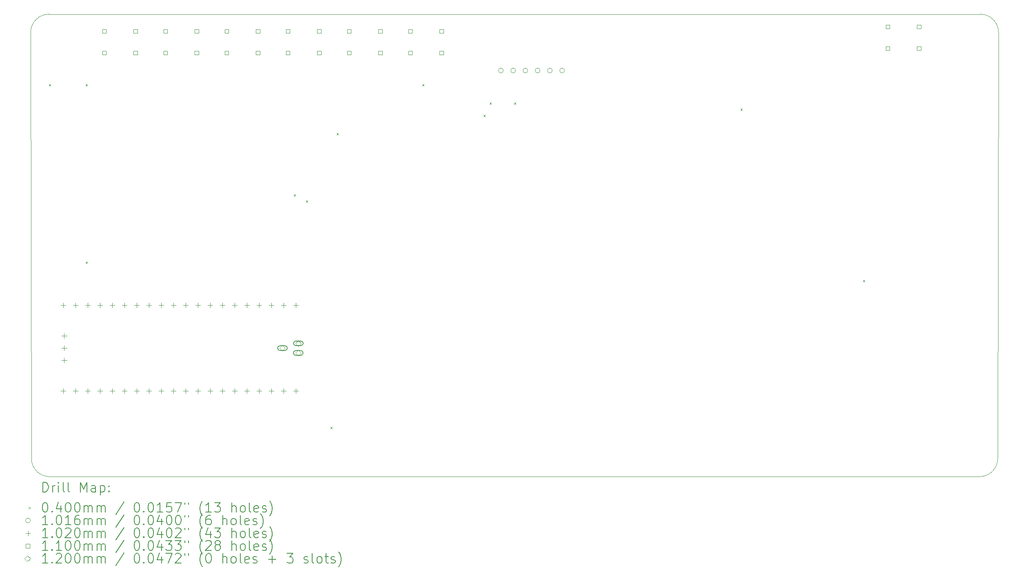
<source format=gbr>
%FSLAX45Y45*%
G04 Gerber Fmt 4.5, Leading zero omitted, Abs format (unit mm)*
G04 Created by KiCad (PCBNEW (6.0.4)) date 2022-07-03 17:31:04*
%MOMM*%
%LPD*%
G01*
G04 APERTURE LIST*
%TA.AperFunction,Profile*%
%ADD10C,0.100000*%
%TD*%
%ADD11C,0.200000*%
%ADD12C,0.040000*%
%ADD13C,0.101600*%
%ADD14C,0.102000*%
%ADD15C,0.110000*%
%ADD16C,0.120000*%
G04 APERTURE END LIST*
D10*
X12573000Y-17018000D02*
X12557592Y-8181000D01*
X32639000Y-8181000D02*
G75*
G03*
X32258000Y-7800000I-381000J0D01*
G01*
X12954000Y-17399000D02*
X32242592Y-17399000D01*
X12573000Y-17018000D02*
G75*
G03*
X12954000Y-17399000I381000J0D01*
G01*
X32623592Y-17018000D02*
X32639000Y-8181000D01*
X12938592Y-7800002D02*
G75*
G03*
X12557592Y-8181000I-2J-380998D01*
G01*
X32242592Y-17399002D02*
G75*
G03*
X32623592Y-17018000I-2J381002D01*
G01*
X12938592Y-7800000D02*
X32258000Y-7800000D01*
D11*
D12*
X12934000Y-9251000D02*
X12974000Y-9291000D01*
X12974000Y-9251000D02*
X12934000Y-9291000D01*
X13696000Y-9251000D02*
X13736000Y-9291000D01*
X13736000Y-9251000D02*
X13696000Y-9291000D01*
X13696000Y-12934000D02*
X13736000Y-12974000D01*
X13736000Y-12934000D02*
X13696000Y-12974000D01*
X18014000Y-11537000D02*
X18054000Y-11577000D01*
X18054000Y-11537000D02*
X18014000Y-11577000D01*
X18268000Y-11664000D02*
X18308000Y-11704000D01*
X18308000Y-11664000D02*
X18268000Y-11704000D01*
X18776000Y-16363000D02*
X18816000Y-16403000D01*
X18816000Y-16363000D02*
X18776000Y-16403000D01*
X18903000Y-10267000D02*
X18943000Y-10307000D01*
X18943000Y-10267000D02*
X18903000Y-10307000D01*
X20681000Y-9251000D02*
X20721000Y-9291000D01*
X20721000Y-9251000D02*
X20681000Y-9291000D01*
X21951000Y-9886000D02*
X21991000Y-9926000D01*
X21991000Y-9886000D02*
X21951000Y-9926000D01*
X22078000Y-9632000D02*
X22118000Y-9672000D01*
X22118000Y-9632000D02*
X22078000Y-9672000D01*
X22586000Y-9632000D02*
X22626000Y-9672000D01*
X22626000Y-9632000D02*
X22586000Y-9672000D01*
X27285000Y-9759000D02*
X27325000Y-9799000D01*
X27325000Y-9759000D02*
X27285000Y-9799000D01*
X29825000Y-13315000D02*
X29865000Y-13355000D01*
X29865000Y-13315000D02*
X29825000Y-13355000D01*
D13*
X22364800Y-8969875D02*
G75*
G03*
X22364800Y-8969875I-50800J0D01*
G01*
X22618800Y-8969875D02*
G75*
G03*
X22618800Y-8969875I-50800J0D01*
G01*
X22872800Y-8969875D02*
G75*
G03*
X22872800Y-8969875I-50800J0D01*
G01*
X23126800Y-8969875D02*
G75*
G03*
X23126800Y-8969875I-50800J0D01*
G01*
X23380800Y-8969875D02*
G75*
G03*
X23380800Y-8969875I-50800J0D01*
G01*
X23634800Y-8969875D02*
G75*
G03*
X23634800Y-8969875I-50800J0D01*
G01*
D14*
X13231500Y-13792000D02*
X13231500Y-13894000D01*
X13180500Y-13843000D02*
X13282500Y-13843000D01*
X13231500Y-15570000D02*
X13231500Y-15672000D01*
X13180500Y-15621000D02*
X13282500Y-15621000D01*
X13254500Y-14427000D02*
X13254500Y-14529000D01*
X13203500Y-14478000D02*
X13305500Y-14478000D01*
X13254500Y-14681000D02*
X13254500Y-14783000D01*
X13203500Y-14732000D02*
X13305500Y-14732000D01*
X13254500Y-14935000D02*
X13254500Y-15037000D01*
X13203500Y-14986000D02*
X13305500Y-14986000D01*
X13485500Y-13792000D02*
X13485500Y-13894000D01*
X13434500Y-13843000D02*
X13536500Y-13843000D01*
X13485500Y-15570000D02*
X13485500Y-15672000D01*
X13434500Y-15621000D02*
X13536500Y-15621000D01*
X13739500Y-13792000D02*
X13739500Y-13894000D01*
X13688500Y-13843000D02*
X13790500Y-13843000D01*
X13739500Y-15570000D02*
X13739500Y-15672000D01*
X13688500Y-15621000D02*
X13790500Y-15621000D01*
X13993500Y-13792000D02*
X13993500Y-13894000D01*
X13942500Y-13843000D02*
X14044500Y-13843000D01*
X13993500Y-15570000D02*
X13993500Y-15672000D01*
X13942500Y-15621000D02*
X14044500Y-15621000D01*
X14247500Y-13792000D02*
X14247500Y-13894000D01*
X14196500Y-13843000D02*
X14298500Y-13843000D01*
X14247500Y-15570000D02*
X14247500Y-15672000D01*
X14196500Y-15621000D02*
X14298500Y-15621000D01*
X14501500Y-13792000D02*
X14501500Y-13894000D01*
X14450500Y-13843000D02*
X14552500Y-13843000D01*
X14501500Y-15570000D02*
X14501500Y-15672000D01*
X14450500Y-15621000D02*
X14552500Y-15621000D01*
X14755500Y-13792000D02*
X14755500Y-13894000D01*
X14704500Y-13843000D02*
X14806500Y-13843000D01*
X14755500Y-15570000D02*
X14755500Y-15672000D01*
X14704500Y-15621000D02*
X14806500Y-15621000D01*
X15009500Y-13792000D02*
X15009500Y-13894000D01*
X14958500Y-13843000D02*
X15060500Y-13843000D01*
X15009500Y-15570000D02*
X15009500Y-15672000D01*
X14958500Y-15621000D02*
X15060500Y-15621000D01*
X15263500Y-13792000D02*
X15263500Y-13894000D01*
X15212500Y-13843000D02*
X15314500Y-13843000D01*
X15263500Y-15570000D02*
X15263500Y-15672000D01*
X15212500Y-15621000D02*
X15314500Y-15621000D01*
X15517500Y-13792000D02*
X15517500Y-13894000D01*
X15466500Y-13843000D02*
X15568500Y-13843000D01*
X15517500Y-15570000D02*
X15517500Y-15672000D01*
X15466500Y-15621000D02*
X15568500Y-15621000D01*
X15771500Y-13792000D02*
X15771500Y-13894000D01*
X15720500Y-13843000D02*
X15822500Y-13843000D01*
X15771500Y-15570000D02*
X15771500Y-15672000D01*
X15720500Y-15621000D02*
X15822500Y-15621000D01*
X16025500Y-13792000D02*
X16025500Y-13894000D01*
X15974500Y-13843000D02*
X16076500Y-13843000D01*
X16025500Y-15570000D02*
X16025500Y-15672000D01*
X15974500Y-15621000D02*
X16076500Y-15621000D01*
X16279500Y-13792000D02*
X16279500Y-13894000D01*
X16228500Y-13843000D02*
X16330500Y-13843000D01*
X16279500Y-15570000D02*
X16279500Y-15672000D01*
X16228500Y-15621000D02*
X16330500Y-15621000D01*
X16533500Y-13792000D02*
X16533500Y-13894000D01*
X16482500Y-13843000D02*
X16584500Y-13843000D01*
X16533500Y-15570000D02*
X16533500Y-15672000D01*
X16482500Y-15621000D02*
X16584500Y-15621000D01*
X16787500Y-13792000D02*
X16787500Y-13894000D01*
X16736500Y-13843000D02*
X16838500Y-13843000D01*
X16787500Y-15570000D02*
X16787500Y-15672000D01*
X16736500Y-15621000D02*
X16838500Y-15621000D01*
X17041500Y-13792000D02*
X17041500Y-13894000D01*
X16990500Y-13843000D02*
X17092500Y-13843000D01*
X17041500Y-15570000D02*
X17041500Y-15672000D01*
X16990500Y-15621000D02*
X17092500Y-15621000D01*
X17295500Y-13792000D02*
X17295500Y-13894000D01*
X17244500Y-13843000D02*
X17346500Y-13843000D01*
X17295500Y-15570000D02*
X17295500Y-15672000D01*
X17244500Y-15621000D02*
X17346500Y-15621000D01*
X17549500Y-13792000D02*
X17549500Y-13894000D01*
X17498500Y-13843000D02*
X17600500Y-13843000D01*
X17549500Y-15570000D02*
X17549500Y-15672000D01*
X17498500Y-15621000D02*
X17600500Y-15621000D01*
X17803500Y-13792000D02*
X17803500Y-13894000D01*
X17752500Y-13843000D02*
X17854500Y-13843000D01*
X17803500Y-15570000D02*
X17803500Y-15672000D01*
X17752500Y-15621000D02*
X17854500Y-15621000D01*
X18057500Y-13792000D02*
X18057500Y-13894000D01*
X18006500Y-13843000D02*
X18108500Y-13843000D01*
X18057500Y-15570000D02*
X18057500Y-15672000D01*
X18006500Y-15621000D02*
X18108500Y-15621000D01*
D15*
X14120891Y-8195891D02*
X14120891Y-8118109D01*
X14043109Y-8118109D01*
X14043109Y-8195891D01*
X14120891Y-8195891D01*
X14120891Y-8645891D02*
X14120891Y-8568109D01*
X14043109Y-8568109D01*
X14043109Y-8645891D01*
X14120891Y-8645891D01*
X14770891Y-8195891D02*
X14770891Y-8118109D01*
X14693109Y-8118109D01*
X14693109Y-8195891D01*
X14770891Y-8195891D01*
X14770891Y-8645891D02*
X14770891Y-8568109D01*
X14693109Y-8568109D01*
X14693109Y-8645891D01*
X14770891Y-8645891D01*
X15390891Y-8195891D02*
X15390891Y-8118109D01*
X15313109Y-8118109D01*
X15313109Y-8195891D01*
X15390891Y-8195891D01*
X15390891Y-8645891D02*
X15390891Y-8568109D01*
X15313109Y-8568109D01*
X15313109Y-8645891D01*
X15390891Y-8645891D01*
X16040891Y-8195891D02*
X16040891Y-8118109D01*
X15963109Y-8118109D01*
X15963109Y-8195891D01*
X16040891Y-8195891D01*
X16040891Y-8645891D02*
X16040891Y-8568109D01*
X15963109Y-8568109D01*
X15963109Y-8645891D01*
X16040891Y-8645891D01*
X16660891Y-8195891D02*
X16660891Y-8118109D01*
X16583109Y-8118109D01*
X16583109Y-8195891D01*
X16660891Y-8195891D01*
X16660891Y-8645891D02*
X16660891Y-8568109D01*
X16583109Y-8568109D01*
X16583109Y-8645891D01*
X16660891Y-8645891D01*
X17310891Y-8195891D02*
X17310891Y-8118109D01*
X17233109Y-8118109D01*
X17233109Y-8195891D01*
X17310891Y-8195891D01*
X17310891Y-8645891D02*
X17310891Y-8568109D01*
X17233109Y-8568109D01*
X17233109Y-8645891D01*
X17310891Y-8645891D01*
X17930891Y-8195891D02*
X17930891Y-8118109D01*
X17853109Y-8118109D01*
X17853109Y-8195891D01*
X17930891Y-8195891D01*
X17930891Y-8645891D02*
X17930891Y-8568109D01*
X17853109Y-8568109D01*
X17853109Y-8645891D01*
X17930891Y-8645891D01*
X18580891Y-8195891D02*
X18580891Y-8118109D01*
X18503109Y-8118109D01*
X18503109Y-8195891D01*
X18580891Y-8195891D01*
X18580891Y-8645891D02*
X18580891Y-8568109D01*
X18503109Y-8568109D01*
X18503109Y-8645891D01*
X18580891Y-8645891D01*
X19200891Y-8195891D02*
X19200891Y-8118109D01*
X19123109Y-8118109D01*
X19123109Y-8195891D01*
X19200891Y-8195891D01*
X19200891Y-8645891D02*
X19200891Y-8568109D01*
X19123109Y-8568109D01*
X19123109Y-8645891D01*
X19200891Y-8645891D01*
X19850891Y-8195891D02*
X19850891Y-8118109D01*
X19773109Y-8118109D01*
X19773109Y-8195891D01*
X19850891Y-8195891D01*
X19850891Y-8645891D02*
X19850891Y-8568109D01*
X19773109Y-8568109D01*
X19773109Y-8645891D01*
X19850891Y-8645891D01*
X20470891Y-8195891D02*
X20470891Y-8118109D01*
X20393109Y-8118109D01*
X20393109Y-8195891D01*
X20470891Y-8195891D01*
X20470891Y-8645891D02*
X20470891Y-8568109D01*
X20393109Y-8568109D01*
X20393109Y-8645891D01*
X20470891Y-8645891D01*
X21120891Y-8195891D02*
X21120891Y-8118109D01*
X21043109Y-8118109D01*
X21043109Y-8195891D01*
X21120891Y-8195891D01*
X21120891Y-8645891D02*
X21120891Y-8568109D01*
X21043109Y-8568109D01*
X21043109Y-8645891D01*
X21120891Y-8645891D01*
X30376891Y-8097891D02*
X30376891Y-8020109D01*
X30299109Y-8020109D01*
X30299109Y-8097891D01*
X30376891Y-8097891D01*
X30376891Y-8547891D02*
X30376891Y-8470109D01*
X30299109Y-8470109D01*
X30299109Y-8547891D01*
X30376891Y-8547891D01*
X31026891Y-8097891D02*
X31026891Y-8020109D01*
X30949109Y-8020109D01*
X30949109Y-8097891D01*
X31026891Y-8097891D01*
X31026891Y-8547891D02*
X31026891Y-8470109D01*
X30949109Y-8470109D01*
X30949109Y-8547891D01*
X31026891Y-8547891D01*
D16*
X17781500Y-14792000D02*
X17841500Y-14732000D01*
X17781500Y-14672000D01*
X17721500Y-14732000D01*
X17781500Y-14792000D01*
D11*
X17831500Y-14682000D02*
X17731500Y-14682000D01*
X17831500Y-14782000D02*
X17731500Y-14782000D01*
X17731500Y-14682000D02*
G75*
G03*
X17731500Y-14782000I0J-50000D01*
G01*
X17831500Y-14782000D02*
G75*
G03*
X17831500Y-14682000I0J50000D01*
G01*
D16*
X18109500Y-14892000D02*
X18169500Y-14832000D01*
X18109500Y-14772000D01*
X18049500Y-14832000D01*
X18109500Y-14892000D01*
D11*
X18159500Y-14782000D02*
X18059500Y-14782000D01*
X18159500Y-14882000D02*
X18059500Y-14882000D01*
X18059500Y-14782000D02*
G75*
G03*
X18059500Y-14882000I0J-50000D01*
G01*
X18159500Y-14882000D02*
G75*
G03*
X18159500Y-14782000I0J50000D01*
G01*
D16*
X18111500Y-14692000D02*
X18171500Y-14632000D01*
X18111500Y-14572000D01*
X18051500Y-14632000D01*
X18111500Y-14692000D01*
D11*
X18161500Y-14582000D02*
X18061500Y-14582000D01*
X18161500Y-14682000D02*
X18061500Y-14682000D01*
X18061500Y-14582000D02*
G75*
G03*
X18061500Y-14682000I0J-50000D01*
G01*
X18161500Y-14682000D02*
G75*
G03*
X18161500Y-14582000I0J50000D01*
G01*
X12810211Y-17714476D02*
X12810211Y-17514476D01*
X12857830Y-17514476D01*
X12886402Y-17524000D01*
X12905449Y-17543048D01*
X12914973Y-17562095D01*
X12924497Y-17600190D01*
X12924497Y-17628762D01*
X12914973Y-17666857D01*
X12905449Y-17685905D01*
X12886402Y-17704952D01*
X12857830Y-17714476D01*
X12810211Y-17714476D01*
X13010211Y-17714476D02*
X13010211Y-17581143D01*
X13010211Y-17619238D02*
X13019735Y-17600190D01*
X13029259Y-17590667D01*
X13048306Y-17581143D01*
X13067354Y-17581143D01*
X13134021Y-17714476D02*
X13134021Y-17581143D01*
X13134021Y-17514476D02*
X13124497Y-17524000D01*
X13134021Y-17533524D01*
X13143545Y-17524000D01*
X13134021Y-17514476D01*
X13134021Y-17533524D01*
X13257830Y-17714476D02*
X13238783Y-17704952D01*
X13229259Y-17685905D01*
X13229259Y-17514476D01*
X13362592Y-17714476D02*
X13343545Y-17704952D01*
X13334021Y-17685905D01*
X13334021Y-17514476D01*
X13591164Y-17714476D02*
X13591164Y-17514476D01*
X13657830Y-17657333D01*
X13724497Y-17514476D01*
X13724497Y-17714476D01*
X13905449Y-17714476D02*
X13905449Y-17609714D01*
X13895926Y-17590667D01*
X13876878Y-17581143D01*
X13838783Y-17581143D01*
X13819735Y-17590667D01*
X13905449Y-17704952D02*
X13886402Y-17714476D01*
X13838783Y-17714476D01*
X13819735Y-17704952D01*
X13810211Y-17685905D01*
X13810211Y-17666857D01*
X13819735Y-17647810D01*
X13838783Y-17638286D01*
X13886402Y-17638286D01*
X13905449Y-17628762D01*
X14000687Y-17581143D02*
X14000687Y-17781143D01*
X14000687Y-17590667D02*
X14019735Y-17581143D01*
X14057830Y-17581143D01*
X14076878Y-17590667D01*
X14086402Y-17600190D01*
X14095926Y-17619238D01*
X14095926Y-17676381D01*
X14086402Y-17695429D01*
X14076878Y-17704952D01*
X14057830Y-17714476D01*
X14019735Y-17714476D01*
X14000687Y-17704952D01*
X14181640Y-17695429D02*
X14191164Y-17704952D01*
X14181640Y-17714476D01*
X14172116Y-17704952D01*
X14181640Y-17695429D01*
X14181640Y-17714476D01*
X14181640Y-17590667D02*
X14191164Y-17600190D01*
X14181640Y-17609714D01*
X14172116Y-17600190D01*
X14181640Y-17590667D01*
X14181640Y-17609714D01*
D12*
X12512592Y-18024000D02*
X12552592Y-18064000D01*
X12552592Y-18024000D02*
X12512592Y-18064000D01*
D11*
X12848306Y-17934476D02*
X12867354Y-17934476D01*
X12886402Y-17944000D01*
X12895926Y-17953524D01*
X12905449Y-17972571D01*
X12914973Y-18010667D01*
X12914973Y-18058286D01*
X12905449Y-18096381D01*
X12895926Y-18115429D01*
X12886402Y-18124952D01*
X12867354Y-18134476D01*
X12848306Y-18134476D01*
X12829259Y-18124952D01*
X12819735Y-18115429D01*
X12810211Y-18096381D01*
X12800687Y-18058286D01*
X12800687Y-18010667D01*
X12810211Y-17972571D01*
X12819735Y-17953524D01*
X12829259Y-17944000D01*
X12848306Y-17934476D01*
X13000687Y-18115429D02*
X13010211Y-18124952D01*
X13000687Y-18134476D01*
X12991164Y-18124952D01*
X13000687Y-18115429D01*
X13000687Y-18134476D01*
X13181640Y-18001143D02*
X13181640Y-18134476D01*
X13134021Y-17924952D02*
X13086402Y-18067810D01*
X13210211Y-18067810D01*
X13324497Y-17934476D02*
X13343545Y-17934476D01*
X13362592Y-17944000D01*
X13372116Y-17953524D01*
X13381640Y-17972571D01*
X13391164Y-18010667D01*
X13391164Y-18058286D01*
X13381640Y-18096381D01*
X13372116Y-18115429D01*
X13362592Y-18124952D01*
X13343545Y-18134476D01*
X13324497Y-18134476D01*
X13305449Y-18124952D01*
X13295926Y-18115429D01*
X13286402Y-18096381D01*
X13276878Y-18058286D01*
X13276878Y-18010667D01*
X13286402Y-17972571D01*
X13295926Y-17953524D01*
X13305449Y-17944000D01*
X13324497Y-17934476D01*
X13514973Y-17934476D02*
X13534021Y-17934476D01*
X13553068Y-17944000D01*
X13562592Y-17953524D01*
X13572116Y-17972571D01*
X13581640Y-18010667D01*
X13581640Y-18058286D01*
X13572116Y-18096381D01*
X13562592Y-18115429D01*
X13553068Y-18124952D01*
X13534021Y-18134476D01*
X13514973Y-18134476D01*
X13495926Y-18124952D01*
X13486402Y-18115429D01*
X13476878Y-18096381D01*
X13467354Y-18058286D01*
X13467354Y-18010667D01*
X13476878Y-17972571D01*
X13486402Y-17953524D01*
X13495926Y-17944000D01*
X13514973Y-17934476D01*
X13667354Y-18134476D02*
X13667354Y-18001143D01*
X13667354Y-18020190D02*
X13676878Y-18010667D01*
X13695926Y-18001143D01*
X13724497Y-18001143D01*
X13743545Y-18010667D01*
X13753068Y-18029714D01*
X13753068Y-18134476D01*
X13753068Y-18029714D02*
X13762592Y-18010667D01*
X13781640Y-18001143D01*
X13810211Y-18001143D01*
X13829259Y-18010667D01*
X13838783Y-18029714D01*
X13838783Y-18134476D01*
X13934021Y-18134476D02*
X13934021Y-18001143D01*
X13934021Y-18020190D02*
X13943545Y-18010667D01*
X13962592Y-18001143D01*
X13991164Y-18001143D01*
X14010211Y-18010667D01*
X14019735Y-18029714D01*
X14019735Y-18134476D01*
X14019735Y-18029714D02*
X14029259Y-18010667D01*
X14048306Y-18001143D01*
X14076878Y-18001143D01*
X14095926Y-18010667D01*
X14105449Y-18029714D01*
X14105449Y-18134476D01*
X14495926Y-17924952D02*
X14324497Y-18182095D01*
X14753068Y-17934476D02*
X14772116Y-17934476D01*
X14791164Y-17944000D01*
X14800687Y-17953524D01*
X14810211Y-17972571D01*
X14819735Y-18010667D01*
X14819735Y-18058286D01*
X14810211Y-18096381D01*
X14800687Y-18115429D01*
X14791164Y-18124952D01*
X14772116Y-18134476D01*
X14753068Y-18134476D01*
X14734021Y-18124952D01*
X14724497Y-18115429D01*
X14714973Y-18096381D01*
X14705449Y-18058286D01*
X14705449Y-18010667D01*
X14714973Y-17972571D01*
X14724497Y-17953524D01*
X14734021Y-17944000D01*
X14753068Y-17934476D01*
X14905449Y-18115429D02*
X14914973Y-18124952D01*
X14905449Y-18134476D01*
X14895926Y-18124952D01*
X14905449Y-18115429D01*
X14905449Y-18134476D01*
X15038783Y-17934476D02*
X15057830Y-17934476D01*
X15076878Y-17944000D01*
X15086402Y-17953524D01*
X15095926Y-17972571D01*
X15105449Y-18010667D01*
X15105449Y-18058286D01*
X15095926Y-18096381D01*
X15086402Y-18115429D01*
X15076878Y-18124952D01*
X15057830Y-18134476D01*
X15038783Y-18134476D01*
X15019735Y-18124952D01*
X15010211Y-18115429D01*
X15000687Y-18096381D01*
X14991164Y-18058286D01*
X14991164Y-18010667D01*
X15000687Y-17972571D01*
X15010211Y-17953524D01*
X15019735Y-17944000D01*
X15038783Y-17934476D01*
X15295926Y-18134476D02*
X15181640Y-18134476D01*
X15238783Y-18134476D02*
X15238783Y-17934476D01*
X15219735Y-17963048D01*
X15200687Y-17982095D01*
X15181640Y-17991619D01*
X15476878Y-17934476D02*
X15381640Y-17934476D01*
X15372116Y-18029714D01*
X15381640Y-18020190D01*
X15400687Y-18010667D01*
X15448306Y-18010667D01*
X15467354Y-18020190D01*
X15476878Y-18029714D01*
X15486402Y-18048762D01*
X15486402Y-18096381D01*
X15476878Y-18115429D01*
X15467354Y-18124952D01*
X15448306Y-18134476D01*
X15400687Y-18134476D01*
X15381640Y-18124952D01*
X15372116Y-18115429D01*
X15553068Y-17934476D02*
X15686402Y-17934476D01*
X15600687Y-18134476D01*
X15753068Y-17934476D02*
X15753068Y-17972571D01*
X15829259Y-17934476D02*
X15829259Y-17972571D01*
X16124497Y-18210667D02*
X16114973Y-18201143D01*
X16095926Y-18172571D01*
X16086402Y-18153524D01*
X16076878Y-18124952D01*
X16067354Y-18077333D01*
X16067354Y-18039238D01*
X16076878Y-17991619D01*
X16086402Y-17963048D01*
X16095926Y-17944000D01*
X16114973Y-17915429D01*
X16124497Y-17905905D01*
X16305449Y-18134476D02*
X16191164Y-18134476D01*
X16248306Y-18134476D02*
X16248306Y-17934476D01*
X16229259Y-17963048D01*
X16210211Y-17982095D01*
X16191164Y-17991619D01*
X16372116Y-17934476D02*
X16495926Y-17934476D01*
X16429259Y-18010667D01*
X16457830Y-18010667D01*
X16476878Y-18020190D01*
X16486402Y-18029714D01*
X16495926Y-18048762D01*
X16495926Y-18096381D01*
X16486402Y-18115429D01*
X16476878Y-18124952D01*
X16457830Y-18134476D01*
X16400687Y-18134476D01*
X16381640Y-18124952D01*
X16372116Y-18115429D01*
X16734021Y-18134476D02*
X16734021Y-17934476D01*
X16819735Y-18134476D02*
X16819735Y-18029714D01*
X16810211Y-18010667D01*
X16791164Y-18001143D01*
X16762592Y-18001143D01*
X16743545Y-18010667D01*
X16734021Y-18020190D01*
X16943545Y-18134476D02*
X16924497Y-18124952D01*
X16914973Y-18115429D01*
X16905449Y-18096381D01*
X16905449Y-18039238D01*
X16914973Y-18020190D01*
X16924497Y-18010667D01*
X16943545Y-18001143D01*
X16972116Y-18001143D01*
X16991164Y-18010667D01*
X17000688Y-18020190D01*
X17010211Y-18039238D01*
X17010211Y-18096381D01*
X17000688Y-18115429D01*
X16991164Y-18124952D01*
X16972116Y-18134476D01*
X16943545Y-18134476D01*
X17124497Y-18134476D02*
X17105449Y-18124952D01*
X17095926Y-18105905D01*
X17095926Y-17934476D01*
X17276878Y-18124952D02*
X17257830Y-18134476D01*
X17219735Y-18134476D01*
X17200688Y-18124952D01*
X17191164Y-18105905D01*
X17191164Y-18029714D01*
X17200688Y-18010667D01*
X17219735Y-18001143D01*
X17257830Y-18001143D01*
X17276878Y-18010667D01*
X17286402Y-18029714D01*
X17286402Y-18048762D01*
X17191164Y-18067810D01*
X17362592Y-18124952D02*
X17381640Y-18134476D01*
X17419735Y-18134476D01*
X17438783Y-18124952D01*
X17448307Y-18105905D01*
X17448307Y-18096381D01*
X17438783Y-18077333D01*
X17419735Y-18067810D01*
X17391164Y-18067810D01*
X17372116Y-18058286D01*
X17362592Y-18039238D01*
X17362592Y-18029714D01*
X17372116Y-18010667D01*
X17391164Y-18001143D01*
X17419735Y-18001143D01*
X17438783Y-18010667D01*
X17514973Y-18210667D02*
X17524497Y-18201143D01*
X17543545Y-18172571D01*
X17553068Y-18153524D01*
X17562592Y-18124952D01*
X17572116Y-18077333D01*
X17572116Y-18039238D01*
X17562592Y-17991619D01*
X17553068Y-17963048D01*
X17543545Y-17944000D01*
X17524497Y-17915429D01*
X17514973Y-17905905D01*
D13*
X12552592Y-18308000D02*
G75*
G03*
X12552592Y-18308000I-50800J0D01*
G01*
D11*
X12914973Y-18398476D02*
X12800687Y-18398476D01*
X12857830Y-18398476D02*
X12857830Y-18198476D01*
X12838783Y-18227048D01*
X12819735Y-18246095D01*
X12800687Y-18255619D01*
X13000687Y-18379429D02*
X13010211Y-18388952D01*
X13000687Y-18398476D01*
X12991164Y-18388952D01*
X13000687Y-18379429D01*
X13000687Y-18398476D01*
X13134021Y-18198476D02*
X13153068Y-18198476D01*
X13172116Y-18208000D01*
X13181640Y-18217524D01*
X13191164Y-18236571D01*
X13200687Y-18274667D01*
X13200687Y-18322286D01*
X13191164Y-18360381D01*
X13181640Y-18379429D01*
X13172116Y-18388952D01*
X13153068Y-18398476D01*
X13134021Y-18398476D01*
X13114973Y-18388952D01*
X13105449Y-18379429D01*
X13095926Y-18360381D01*
X13086402Y-18322286D01*
X13086402Y-18274667D01*
X13095926Y-18236571D01*
X13105449Y-18217524D01*
X13114973Y-18208000D01*
X13134021Y-18198476D01*
X13391164Y-18398476D02*
X13276878Y-18398476D01*
X13334021Y-18398476D02*
X13334021Y-18198476D01*
X13314973Y-18227048D01*
X13295926Y-18246095D01*
X13276878Y-18255619D01*
X13562592Y-18198476D02*
X13524497Y-18198476D01*
X13505449Y-18208000D01*
X13495926Y-18217524D01*
X13476878Y-18246095D01*
X13467354Y-18284190D01*
X13467354Y-18360381D01*
X13476878Y-18379429D01*
X13486402Y-18388952D01*
X13505449Y-18398476D01*
X13543545Y-18398476D01*
X13562592Y-18388952D01*
X13572116Y-18379429D01*
X13581640Y-18360381D01*
X13581640Y-18312762D01*
X13572116Y-18293714D01*
X13562592Y-18284190D01*
X13543545Y-18274667D01*
X13505449Y-18274667D01*
X13486402Y-18284190D01*
X13476878Y-18293714D01*
X13467354Y-18312762D01*
X13667354Y-18398476D02*
X13667354Y-18265143D01*
X13667354Y-18284190D02*
X13676878Y-18274667D01*
X13695926Y-18265143D01*
X13724497Y-18265143D01*
X13743545Y-18274667D01*
X13753068Y-18293714D01*
X13753068Y-18398476D01*
X13753068Y-18293714D02*
X13762592Y-18274667D01*
X13781640Y-18265143D01*
X13810211Y-18265143D01*
X13829259Y-18274667D01*
X13838783Y-18293714D01*
X13838783Y-18398476D01*
X13934021Y-18398476D02*
X13934021Y-18265143D01*
X13934021Y-18284190D02*
X13943545Y-18274667D01*
X13962592Y-18265143D01*
X13991164Y-18265143D01*
X14010211Y-18274667D01*
X14019735Y-18293714D01*
X14019735Y-18398476D01*
X14019735Y-18293714D02*
X14029259Y-18274667D01*
X14048306Y-18265143D01*
X14076878Y-18265143D01*
X14095926Y-18274667D01*
X14105449Y-18293714D01*
X14105449Y-18398476D01*
X14495926Y-18188952D02*
X14324497Y-18446095D01*
X14753068Y-18198476D02*
X14772116Y-18198476D01*
X14791164Y-18208000D01*
X14800687Y-18217524D01*
X14810211Y-18236571D01*
X14819735Y-18274667D01*
X14819735Y-18322286D01*
X14810211Y-18360381D01*
X14800687Y-18379429D01*
X14791164Y-18388952D01*
X14772116Y-18398476D01*
X14753068Y-18398476D01*
X14734021Y-18388952D01*
X14724497Y-18379429D01*
X14714973Y-18360381D01*
X14705449Y-18322286D01*
X14705449Y-18274667D01*
X14714973Y-18236571D01*
X14724497Y-18217524D01*
X14734021Y-18208000D01*
X14753068Y-18198476D01*
X14905449Y-18379429D02*
X14914973Y-18388952D01*
X14905449Y-18398476D01*
X14895926Y-18388952D01*
X14905449Y-18379429D01*
X14905449Y-18398476D01*
X15038783Y-18198476D02*
X15057830Y-18198476D01*
X15076878Y-18208000D01*
X15086402Y-18217524D01*
X15095926Y-18236571D01*
X15105449Y-18274667D01*
X15105449Y-18322286D01*
X15095926Y-18360381D01*
X15086402Y-18379429D01*
X15076878Y-18388952D01*
X15057830Y-18398476D01*
X15038783Y-18398476D01*
X15019735Y-18388952D01*
X15010211Y-18379429D01*
X15000687Y-18360381D01*
X14991164Y-18322286D01*
X14991164Y-18274667D01*
X15000687Y-18236571D01*
X15010211Y-18217524D01*
X15019735Y-18208000D01*
X15038783Y-18198476D01*
X15276878Y-18265143D02*
X15276878Y-18398476D01*
X15229259Y-18188952D02*
X15181640Y-18331810D01*
X15305449Y-18331810D01*
X15419735Y-18198476D02*
X15438783Y-18198476D01*
X15457830Y-18208000D01*
X15467354Y-18217524D01*
X15476878Y-18236571D01*
X15486402Y-18274667D01*
X15486402Y-18322286D01*
X15476878Y-18360381D01*
X15467354Y-18379429D01*
X15457830Y-18388952D01*
X15438783Y-18398476D01*
X15419735Y-18398476D01*
X15400687Y-18388952D01*
X15391164Y-18379429D01*
X15381640Y-18360381D01*
X15372116Y-18322286D01*
X15372116Y-18274667D01*
X15381640Y-18236571D01*
X15391164Y-18217524D01*
X15400687Y-18208000D01*
X15419735Y-18198476D01*
X15610211Y-18198476D02*
X15629259Y-18198476D01*
X15648306Y-18208000D01*
X15657830Y-18217524D01*
X15667354Y-18236571D01*
X15676878Y-18274667D01*
X15676878Y-18322286D01*
X15667354Y-18360381D01*
X15657830Y-18379429D01*
X15648306Y-18388952D01*
X15629259Y-18398476D01*
X15610211Y-18398476D01*
X15591164Y-18388952D01*
X15581640Y-18379429D01*
X15572116Y-18360381D01*
X15562592Y-18322286D01*
X15562592Y-18274667D01*
X15572116Y-18236571D01*
X15581640Y-18217524D01*
X15591164Y-18208000D01*
X15610211Y-18198476D01*
X15753068Y-18198476D02*
X15753068Y-18236571D01*
X15829259Y-18198476D02*
X15829259Y-18236571D01*
X16124497Y-18474667D02*
X16114973Y-18465143D01*
X16095926Y-18436571D01*
X16086402Y-18417524D01*
X16076878Y-18388952D01*
X16067354Y-18341333D01*
X16067354Y-18303238D01*
X16076878Y-18255619D01*
X16086402Y-18227048D01*
X16095926Y-18208000D01*
X16114973Y-18179429D01*
X16124497Y-18169905D01*
X16286402Y-18198476D02*
X16248306Y-18198476D01*
X16229259Y-18208000D01*
X16219735Y-18217524D01*
X16200687Y-18246095D01*
X16191164Y-18284190D01*
X16191164Y-18360381D01*
X16200687Y-18379429D01*
X16210211Y-18388952D01*
X16229259Y-18398476D01*
X16267354Y-18398476D01*
X16286402Y-18388952D01*
X16295926Y-18379429D01*
X16305449Y-18360381D01*
X16305449Y-18312762D01*
X16295926Y-18293714D01*
X16286402Y-18284190D01*
X16267354Y-18274667D01*
X16229259Y-18274667D01*
X16210211Y-18284190D01*
X16200687Y-18293714D01*
X16191164Y-18312762D01*
X16543545Y-18398476D02*
X16543545Y-18198476D01*
X16629259Y-18398476D02*
X16629259Y-18293714D01*
X16619735Y-18274667D01*
X16600687Y-18265143D01*
X16572116Y-18265143D01*
X16553068Y-18274667D01*
X16543545Y-18284190D01*
X16753068Y-18398476D02*
X16734021Y-18388952D01*
X16724497Y-18379429D01*
X16714973Y-18360381D01*
X16714973Y-18303238D01*
X16724497Y-18284190D01*
X16734021Y-18274667D01*
X16753068Y-18265143D01*
X16781640Y-18265143D01*
X16800688Y-18274667D01*
X16810211Y-18284190D01*
X16819735Y-18303238D01*
X16819735Y-18360381D01*
X16810211Y-18379429D01*
X16800688Y-18388952D01*
X16781640Y-18398476D01*
X16753068Y-18398476D01*
X16934021Y-18398476D02*
X16914973Y-18388952D01*
X16905449Y-18369905D01*
X16905449Y-18198476D01*
X17086402Y-18388952D02*
X17067354Y-18398476D01*
X17029259Y-18398476D01*
X17010211Y-18388952D01*
X17000688Y-18369905D01*
X17000688Y-18293714D01*
X17010211Y-18274667D01*
X17029259Y-18265143D01*
X17067354Y-18265143D01*
X17086402Y-18274667D01*
X17095926Y-18293714D01*
X17095926Y-18312762D01*
X17000688Y-18331810D01*
X17172116Y-18388952D02*
X17191164Y-18398476D01*
X17229259Y-18398476D01*
X17248307Y-18388952D01*
X17257830Y-18369905D01*
X17257830Y-18360381D01*
X17248307Y-18341333D01*
X17229259Y-18331810D01*
X17200688Y-18331810D01*
X17181640Y-18322286D01*
X17172116Y-18303238D01*
X17172116Y-18293714D01*
X17181640Y-18274667D01*
X17200688Y-18265143D01*
X17229259Y-18265143D01*
X17248307Y-18274667D01*
X17324497Y-18474667D02*
X17334021Y-18465143D01*
X17353068Y-18436571D01*
X17362592Y-18417524D01*
X17372116Y-18388952D01*
X17381640Y-18341333D01*
X17381640Y-18303238D01*
X17372116Y-18255619D01*
X17362592Y-18227048D01*
X17353068Y-18208000D01*
X17334021Y-18179429D01*
X17324497Y-18169905D01*
D14*
X12501592Y-18521000D02*
X12501592Y-18623000D01*
X12450592Y-18572000D02*
X12552592Y-18572000D01*
D11*
X12914973Y-18662476D02*
X12800687Y-18662476D01*
X12857830Y-18662476D02*
X12857830Y-18462476D01*
X12838783Y-18491048D01*
X12819735Y-18510095D01*
X12800687Y-18519619D01*
X13000687Y-18643429D02*
X13010211Y-18652952D01*
X13000687Y-18662476D01*
X12991164Y-18652952D01*
X13000687Y-18643429D01*
X13000687Y-18662476D01*
X13134021Y-18462476D02*
X13153068Y-18462476D01*
X13172116Y-18472000D01*
X13181640Y-18481524D01*
X13191164Y-18500571D01*
X13200687Y-18538667D01*
X13200687Y-18586286D01*
X13191164Y-18624381D01*
X13181640Y-18643429D01*
X13172116Y-18652952D01*
X13153068Y-18662476D01*
X13134021Y-18662476D01*
X13114973Y-18652952D01*
X13105449Y-18643429D01*
X13095926Y-18624381D01*
X13086402Y-18586286D01*
X13086402Y-18538667D01*
X13095926Y-18500571D01*
X13105449Y-18481524D01*
X13114973Y-18472000D01*
X13134021Y-18462476D01*
X13276878Y-18481524D02*
X13286402Y-18472000D01*
X13305449Y-18462476D01*
X13353068Y-18462476D01*
X13372116Y-18472000D01*
X13381640Y-18481524D01*
X13391164Y-18500571D01*
X13391164Y-18519619D01*
X13381640Y-18548190D01*
X13267354Y-18662476D01*
X13391164Y-18662476D01*
X13514973Y-18462476D02*
X13534021Y-18462476D01*
X13553068Y-18472000D01*
X13562592Y-18481524D01*
X13572116Y-18500571D01*
X13581640Y-18538667D01*
X13581640Y-18586286D01*
X13572116Y-18624381D01*
X13562592Y-18643429D01*
X13553068Y-18652952D01*
X13534021Y-18662476D01*
X13514973Y-18662476D01*
X13495926Y-18652952D01*
X13486402Y-18643429D01*
X13476878Y-18624381D01*
X13467354Y-18586286D01*
X13467354Y-18538667D01*
X13476878Y-18500571D01*
X13486402Y-18481524D01*
X13495926Y-18472000D01*
X13514973Y-18462476D01*
X13667354Y-18662476D02*
X13667354Y-18529143D01*
X13667354Y-18548190D02*
X13676878Y-18538667D01*
X13695926Y-18529143D01*
X13724497Y-18529143D01*
X13743545Y-18538667D01*
X13753068Y-18557714D01*
X13753068Y-18662476D01*
X13753068Y-18557714D02*
X13762592Y-18538667D01*
X13781640Y-18529143D01*
X13810211Y-18529143D01*
X13829259Y-18538667D01*
X13838783Y-18557714D01*
X13838783Y-18662476D01*
X13934021Y-18662476D02*
X13934021Y-18529143D01*
X13934021Y-18548190D02*
X13943545Y-18538667D01*
X13962592Y-18529143D01*
X13991164Y-18529143D01*
X14010211Y-18538667D01*
X14019735Y-18557714D01*
X14019735Y-18662476D01*
X14019735Y-18557714D02*
X14029259Y-18538667D01*
X14048306Y-18529143D01*
X14076878Y-18529143D01*
X14095926Y-18538667D01*
X14105449Y-18557714D01*
X14105449Y-18662476D01*
X14495926Y-18452952D02*
X14324497Y-18710095D01*
X14753068Y-18462476D02*
X14772116Y-18462476D01*
X14791164Y-18472000D01*
X14800687Y-18481524D01*
X14810211Y-18500571D01*
X14819735Y-18538667D01*
X14819735Y-18586286D01*
X14810211Y-18624381D01*
X14800687Y-18643429D01*
X14791164Y-18652952D01*
X14772116Y-18662476D01*
X14753068Y-18662476D01*
X14734021Y-18652952D01*
X14724497Y-18643429D01*
X14714973Y-18624381D01*
X14705449Y-18586286D01*
X14705449Y-18538667D01*
X14714973Y-18500571D01*
X14724497Y-18481524D01*
X14734021Y-18472000D01*
X14753068Y-18462476D01*
X14905449Y-18643429D02*
X14914973Y-18652952D01*
X14905449Y-18662476D01*
X14895926Y-18652952D01*
X14905449Y-18643429D01*
X14905449Y-18662476D01*
X15038783Y-18462476D02*
X15057830Y-18462476D01*
X15076878Y-18472000D01*
X15086402Y-18481524D01*
X15095926Y-18500571D01*
X15105449Y-18538667D01*
X15105449Y-18586286D01*
X15095926Y-18624381D01*
X15086402Y-18643429D01*
X15076878Y-18652952D01*
X15057830Y-18662476D01*
X15038783Y-18662476D01*
X15019735Y-18652952D01*
X15010211Y-18643429D01*
X15000687Y-18624381D01*
X14991164Y-18586286D01*
X14991164Y-18538667D01*
X15000687Y-18500571D01*
X15010211Y-18481524D01*
X15019735Y-18472000D01*
X15038783Y-18462476D01*
X15276878Y-18529143D02*
X15276878Y-18662476D01*
X15229259Y-18452952D02*
X15181640Y-18595810D01*
X15305449Y-18595810D01*
X15419735Y-18462476D02*
X15438783Y-18462476D01*
X15457830Y-18472000D01*
X15467354Y-18481524D01*
X15476878Y-18500571D01*
X15486402Y-18538667D01*
X15486402Y-18586286D01*
X15476878Y-18624381D01*
X15467354Y-18643429D01*
X15457830Y-18652952D01*
X15438783Y-18662476D01*
X15419735Y-18662476D01*
X15400687Y-18652952D01*
X15391164Y-18643429D01*
X15381640Y-18624381D01*
X15372116Y-18586286D01*
X15372116Y-18538667D01*
X15381640Y-18500571D01*
X15391164Y-18481524D01*
X15400687Y-18472000D01*
X15419735Y-18462476D01*
X15562592Y-18481524D02*
X15572116Y-18472000D01*
X15591164Y-18462476D01*
X15638783Y-18462476D01*
X15657830Y-18472000D01*
X15667354Y-18481524D01*
X15676878Y-18500571D01*
X15676878Y-18519619D01*
X15667354Y-18548190D01*
X15553068Y-18662476D01*
X15676878Y-18662476D01*
X15753068Y-18462476D02*
X15753068Y-18500571D01*
X15829259Y-18462476D02*
X15829259Y-18500571D01*
X16124497Y-18738667D02*
X16114973Y-18729143D01*
X16095926Y-18700571D01*
X16086402Y-18681524D01*
X16076878Y-18652952D01*
X16067354Y-18605333D01*
X16067354Y-18567238D01*
X16076878Y-18519619D01*
X16086402Y-18491048D01*
X16095926Y-18472000D01*
X16114973Y-18443429D01*
X16124497Y-18433905D01*
X16286402Y-18529143D02*
X16286402Y-18662476D01*
X16238783Y-18452952D02*
X16191164Y-18595810D01*
X16314973Y-18595810D01*
X16372116Y-18462476D02*
X16495926Y-18462476D01*
X16429259Y-18538667D01*
X16457830Y-18538667D01*
X16476878Y-18548190D01*
X16486402Y-18557714D01*
X16495926Y-18576762D01*
X16495926Y-18624381D01*
X16486402Y-18643429D01*
X16476878Y-18652952D01*
X16457830Y-18662476D01*
X16400687Y-18662476D01*
X16381640Y-18652952D01*
X16372116Y-18643429D01*
X16734021Y-18662476D02*
X16734021Y-18462476D01*
X16819735Y-18662476D02*
X16819735Y-18557714D01*
X16810211Y-18538667D01*
X16791164Y-18529143D01*
X16762592Y-18529143D01*
X16743545Y-18538667D01*
X16734021Y-18548190D01*
X16943545Y-18662476D02*
X16924497Y-18652952D01*
X16914973Y-18643429D01*
X16905449Y-18624381D01*
X16905449Y-18567238D01*
X16914973Y-18548190D01*
X16924497Y-18538667D01*
X16943545Y-18529143D01*
X16972116Y-18529143D01*
X16991164Y-18538667D01*
X17000688Y-18548190D01*
X17010211Y-18567238D01*
X17010211Y-18624381D01*
X17000688Y-18643429D01*
X16991164Y-18652952D01*
X16972116Y-18662476D01*
X16943545Y-18662476D01*
X17124497Y-18662476D02*
X17105449Y-18652952D01*
X17095926Y-18633905D01*
X17095926Y-18462476D01*
X17276878Y-18652952D02*
X17257830Y-18662476D01*
X17219735Y-18662476D01*
X17200688Y-18652952D01*
X17191164Y-18633905D01*
X17191164Y-18557714D01*
X17200688Y-18538667D01*
X17219735Y-18529143D01*
X17257830Y-18529143D01*
X17276878Y-18538667D01*
X17286402Y-18557714D01*
X17286402Y-18576762D01*
X17191164Y-18595810D01*
X17362592Y-18652952D02*
X17381640Y-18662476D01*
X17419735Y-18662476D01*
X17438783Y-18652952D01*
X17448307Y-18633905D01*
X17448307Y-18624381D01*
X17438783Y-18605333D01*
X17419735Y-18595810D01*
X17391164Y-18595810D01*
X17372116Y-18586286D01*
X17362592Y-18567238D01*
X17362592Y-18557714D01*
X17372116Y-18538667D01*
X17391164Y-18529143D01*
X17419735Y-18529143D01*
X17438783Y-18538667D01*
X17514973Y-18738667D02*
X17524497Y-18729143D01*
X17543545Y-18700571D01*
X17553068Y-18681524D01*
X17562592Y-18652952D01*
X17572116Y-18605333D01*
X17572116Y-18567238D01*
X17562592Y-18519619D01*
X17553068Y-18491048D01*
X17543545Y-18472000D01*
X17524497Y-18443429D01*
X17514973Y-18433905D01*
D15*
X12536483Y-18874891D02*
X12536483Y-18797109D01*
X12458701Y-18797109D01*
X12458701Y-18874891D01*
X12536483Y-18874891D01*
D11*
X12914973Y-18926476D02*
X12800687Y-18926476D01*
X12857830Y-18926476D02*
X12857830Y-18726476D01*
X12838783Y-18755048D01*
X12819735Y-18774095D01*
X12800687Y-18783619D01*
X13000687Y-18907429D02*
X13010211Y-18916952D01*
X13000687Y-18926476D01*
X12991164Y-18916952D01*
X13000687Y-18907429D01*
X13000687Y-18926476D01*
X13200687Y-18926476D02*
X13086402Y-18926476D01*
X13143545Y-18926476D02*
X13143545Y-18726476D01*
X13124497Y-18755048D01*
X13105449Y-18774095D01*
X13086402Y-18783619D01*
X13324497Y-18726476D02*
X13343545Y-18726476D01*
X13362592Y-18736000D01*
X13372116Y-18745524D01*
X13381640Y-18764571D01*
X13391164Y-18802667D01*
X13391164Y-18850286D01*
X13381640Y-18888381D01*
X13372116Y-18907429D01*
X13362592Y-18916952D01*
X13343545Y-18926476D01*
X13324497Y-18926476D01*
X13305449Y-18916952D01*
X13295926Y-18907429D01*
X13286402Y-18888381D01*
X13276878Y-18850286D01*
X13276878Y-18802667D01*
X13286402Y-18764571D01*
X13295926Y-18745524D01*
X13305449Y-18736000D01*
X13324497Y-18726476D01*
X13514973Y-18726476D02*
X13534021Y-18726476D01*
X13553068Y-18736000D01*
X13562592Y-18745524D01*
X13572116Y-18764571D01*
X13581640Y-18802667D01*
X13581640Y-18850286D01*
X13572116Y-18888381D01*
X13562592Y-18907429D01*
X13553068Y-18916952D01*
X13534021Y-18926476D01*
X13514973Y-18926476D01*
X13495926Y-18916952D01*
X13486402Y-18907429D01*
X13476878Y-18888381D01*
X13467354Y-18850286D01*
X13467354Y-18802667D01*
X13476878Y-18764571D01*
X13486402Y-18745524D01*
X13495926Y-18736000D01*
X13514973Y-18726476D01*
X13667354Y-18926476D02*
X13667354Y-18793143D01*
X13667354Y-18812190D02*
X13676878Y-18802667D01*
X13695926Y-18793143D01*
X13724497Y-18793143D01*
X13743545Y-18802667D01*
X13753068Y-18821714D01*
X13753068Y-18926476D01*
X13753068Y-18821714D02*
X13762592Y-18802667D01*
X13781640Y-18793143D01*
X13810211Y-18793143D01*
X13829259Y-18802667D01*
X13838783Y-18821714D01*
X13838783Y-18926476D01*
X13934021Y-18926476D02*
X13934021Y-18793143D01*
X13934021Y-18812190D02*
X13943545Y-18802667D01*
X13962592Y-18793143D01*
X13991164Y-18793143D01*
X14010211Y-18802667D01*
X14019735Y-18821714D01*
X14019735Y-18926476D01*
X14019735Y-18821714D02*
X14029259Y-18802667D01*
X14048306Y-18793143D01*
X14076878Y-18793143D01*
X14095926Y-18802667D01*
X14105449Y-18821714D01*
X14105449Y-18926476D01*
X14495926Y-18716952D02*
X14324497Y-18974095D01*
X14753068Y-18726476D02*
X14772116Y-18726476D01*
X14791164Y-18736000D01*
X14800687Y-18745524D01*
X14810211Y-18764571D01*
X14819735Y-18802667D01*
X14819735Y-18850286D01*
X14810211Y-18888381D01*
X14800687Y-18907429D01*
X14791164Y-18916952D01*
X14772116Y-18926476D01*
X14753068Y-18926476D01*
X14734021Y-18916952D01*
X14724497Y-18907429D01*
X14714973Y-18888381D01*
X14705449Y-18850286D01*
X14705449Y-18802667D01*
X14714973Y-18764571D01*
X14724497Y-18745524D01*
X14734021Y-18736000D01*
X14753068Y-18726476D01*
X14905449Y-18907429D02*
X14914973Y-18916952D01*
X14905449Y-18926476D01*
X14895926Y-18916952D01*
X14905449Y-18907429D01*
X14905449Y-18926476D01*
X15038783Y-18726476D02*
X15057830Y-18726476D01*
X15076878Y-18736000D01*
X15086402Y-18745524D01*
X15095926Y-18764571D01*
X15105449Y-18802667D01*
X15105449Y-18850286D01*
X15095926Y-18888381D01*
X15086402Y-18907429D01*
X15076878Y-18916952D01*
X15057830Y-18926476D01*
X15038783Y-18926476D01*
X15019735Y-18916952D01*
X15010211Y-18907429D01*
X15000687Y-18888381D01*
X14991164Y-18850286D01*
X14991164Y-18802667D01*
X15000687Y-18764571D01*
X15010211Y-18745524D01*
X15019735Y-18736000D01*
X15038783Y-18726476D01*
X15276878Y-18793143D02*
X15276878Y-18926476D01*
X15229259Y-18716952D02*
X15181640Y-18859810D01*
X15305449Y-18859810D01*
X15362592Y-18726476D02*
X15486402Y-18726476D01*
X15419735Y-18802667D01*
X15448306Y-18802667D01*
X15467354Y-18812190D01*
X15476878Y-18821714D01*
X15486402Y-18840762D01*
X15486402Y-18888381D01*
X15476878Y-18907429D01*
X15467354Y-18916952D01*
X15448306Y-18926476D01*
X15391164Y-18926476D01*
X15372116Y-18916952D01*
X15362592Y-18907429D01*
X15553068Y-18726476D02*
X15676878Y-18726476D01*
X15610211Y-18802667D01*
X15638783Y-18802667D01*
X15657830Y-18812190D01*
X15667354Y-18821714D01*
X15676878Y-18840762D01*
X15676878Y-18888381D01*
X15667354Y-18907429D01*
X15657830Y-18916952D01*
X15638783Y-18926476D01*
X15581640Y-18926476D01*
X15562592Y-18916952D01*
X15553068Y-18907429D01*
X15753068Y-18726476D02*
X15753068Y-18764571D01*
X15829259Y-18726476D02*
X15829259Y-18764571D01*
X16124497Y-19002667D02*
X16114973Y-18993143D01*
X16095926Y-18964571D01*
X16086402Y-18945524D01*
X16076878Y-18916952D01*
X16067354Y-18869333D01*
X16067354Y-18831238D01*
X16076878Y-18783619D01*
X16086402Y-18755048D01*
X16095926Y-18736000D01*
X16114973Y-18707429D01*
X16124497Y-18697905D01*
X16191164Y-18745524D02*
X16200687Y-18736000D01*
X16219735Y-18726476D01*
X16267354Y-18726476D01*
X16286402Y-18736000D01*
X16295926Y-18745524D01*
X16305449Y-18764571D01*
X16305449Y-18783619D01*
X16295926Y-18812190D01*
X16181640Y-18926476D01*
X16305449Y-18926476D01*
X16419735Y-18812190D02*
X16400687Y-18802667D01*
X16391164Y-18793143D01*
X16381640Y-18774095D01*
X16381640Y-18764571D01*
X16391164Y-18745524D01*
X16400687Y-18736000D01*
X16419735Y-18726476D01*
X16457830Y-18726476D01*
X16476878Y-18736000D01*
X16486402Y-18745524D01*
X16495926Y-18764571D01*
X16495926Y-18774095D01*
X16486402Y-18793143D01*
X16476878Y-18802667D01*
X16457830Y-18812190D01*
X16419735Y-18812190D01*
X16400687Y-18821714D01*
X16391164Y-18831238D01*
X16381640Y-18850286D01*
X16381640Y-18888381D01*
X16391164Y-18907429D01*
X16400687Y-18916952D01*
X16419735Y-18926476D01*
X16457830Y-18926476D01*
X16476878Y-18916952D01*
X16486402Y-18907429D01*
X16495926Y-18888381D01*
X16495926Y-18850286D01*
X16486402Y-18831238D01*
X16476878Y-18821714D01*
X16457830Y-18812190D01*
X16734021Y-18926476D02*
X16734021Y-18726476D01*
X16819735Y-18926476D02*
X16819735Y-18821714D01*
X16810211Y-18802667D01*
X16791164Y-18793143D01*
X16762592Y-18793143D01*
X16743545Y-18802667D01*
X16734021Y-18812190D01*
X16943545Y-18926476D02*
X16924497Y-18916952D01*
X16914973Y-18907429D01*
X16905449Y-18888381D01*
X16905449Y-18831238D01*
X16914973Y-18812190D01*
X16924497Y-18802667D01*
X16943545Y-18793143D01*
X16972116Y-18793143D01*
X16991164Y-18802667D01*
X17000688Y-18812190D01*
X17010211Y-18831238D01*
X17010211Y-18888381D01*
X17000688Y-18907429D01*
X16991164Y-18916952D01*
X16972116Y-18926476D01*
X16943545Y-18926476D01*
X17124497Y-18926476D02*
X17105449Y-18916952D01*
X17095926Y-18897905D01*
X17095926Y-18726476D01*
X17276878Y-18916952D02*
X17257830Y-18926476D01*
X17219735Y-18926476D01*
X17200688Y-18916952D01*
X17191164Y-18897905D01*
X17191164Y-18821714D01*
X17200688Y-18802667D01*
X17219735Y-18793143D01*
X17257830Y-18793143D01*
X17276878Y-18802667D01*
X17286402Y-18821714D01*
X17286402Y-18840762D01*
X17191164Y-18859810D01*
X17362592Y-18916952D02*
X17381640Y-18926476D01*
X17419735Y-18926476D01*
X17438783Y-18916952D01*
X17448307Y-18897905D01*
X17448307Y-18888381D01*
X17438783Y-18869333D01*
X17419735Y-18859810D01*
X17391164Y-18859810D01*
X17372116Y-18850286D01*
X17362592Y-18831238D01*
X17362592Y-18821714D01*
X17372116Y-18802667D01*
X17391164Y-18793143D01*
X17419735Y-18793143D01*
X17438783Y-18802667D01*
X17514973Y-19002667D02*
X17524497Y-18993143D01*
X17543545Y-18964571D01*
X17553068Y-18945524D01*
X17562592Y-18916952D01*
X17572116Y-18869333D01*
X17572116Y-18831238D01*
X17562592Y-18783619D01*
X17553068Y-18755048D01*
X17543545Y-18736000D01*
X17524497Y-18707429D01*
X17514973Y-18697905D01*
D16*
X12492592Y-19160000D02*
X12552592Y-19100000D01*
X12492592Y-19040000D01*
X12432592Y-19100000D01*
X12492592Y-19160000D01*
D11*
X12914973Y-19190476D02*
X12800687Y-19190476D01*
X12857830Y-19190476D02*
X12857830Y-18990476D01*
X12838783Y-19019048D01*
X12819735Y-19038095D01*
X12800687Y-19047619D01*
X13000687Y-19171429D02*
X13010211Y-19180952D01*
X13000687Y-19190476D01*
X12991164Y-19180952D01*
X13000687Y-19171429D01*
X13000687Y-19190476D01*
X13086402Y-19009524D02*
X13095926Y-19000000D01*
X13114973Y-18990476D01*
X13162592Y-18990476D01*
X13181640Y-19000000D01*
X13191164Y-19009524D01*
X13200687Y-19028571D01*
X13200687Y-19047619D01*
X13191164Y-19076190D01*
X13076878Y-19190476D01*
X13200687Y-19190476D01*
X13324497Y-18990476D02*
X13343545Y-18990476D01*
X13362592Y-19000000D01*
X13372116Y-19009524D01*
X13381640Y-19028571D01*
X13391164Y-19066667D01*
X13391164Y-19114286D01*
X13381640Y-19152381D01*
X13372116Y-19171429D01*
X13362592Y-19180952D01*
X13343545Y-19190476D01*
X13324497Y-19190476D01*
X13305449Y-19180952D01*
X13295926Y-19171429D01*
X13286402Y-19152381D01*
X13276878Y-19114286D01*
X13276878Y-19066667D01*
X13286402Y-19028571D01*
X13295926Y-19009524D01*
X13305449Y-19000000D01*
X13324497Y-18990476D01*
X13514973Y-18990476D02*
X13534021Y-18990476D01*
X13553068Y-19000000D01*
X13562592Y-19009524D01*
X13572116Y-19028571D01*
X13581640Y-19066667D01*
X13581640Y-19114286D01*
X13572116Y-19152381D01*
X13562592Y-19171429D01*
X13553068Y-19180952D01*
X13534021Y-19190476D01*
X13514973Y-19190476D01*
X13495926Y-19180952D01*
X13486402Y-19171429D01*
X13476878Y-19152381D01*
X13467354Y-19114286D01*
X13467354Y-19066667D01*
X13476878Y-19028571D01*
X13486402Y-19009524D01*
X13495926Y-19000000D01*
X13514973Y-18990476D01*
X13667354Y-19190476D02*
X13667354Y-19057143D01*
X13667354Y-19076190D02*
X13676878Y-19066667D01*
X13695926Y-19057143D01*
X13724497Y-19057143D01*
X13743545Y-19066667D01*
X13753068Y-19085714D01*
X13753068Y-19190476D01*
X13753068Y-19085714D02*
X13762592Y-19066667D01*
X13781640Y-19057143D01*
X13810211Y-19057143D01*
X13829259Y-19066667D01*
X13838783Y-19085714D01*
X13838783Y-19190476D01*
X13934021Y-19190476D02*
X13934021Y-19057143D01*
X13934021Y-19076190D02*
X13943545Y-19066667D01*
X13962592Y-19057143D01*
X13991164Y-19057143D01*
X14010211Y-19066667D01*
X14019735Y-19085714D01*
X14019735Y-19190476D01*
X14019735Y-19085714D02*
X14029259Y-19066667D01*
X14048306Y-19057143D01*
X14076878Y-19057143D01*
X14095926Y-19066667D01*
X14105449Y-19085714D01*
X14105449Y-19190476D01*
X14495926Y-18980952D02*
X14324497Y-19238095D01*
X14753068Y-18990476D02*
X14772116Y-18990476D01*
X14791164Y-19000000D01*
X14800687Y-19009524D01*
X14810211Y-19028571D01*
X14819735Y-19066667D01*
X14819735Y-19114286D01*
X14810211Y-19152381D01*
X14800687Y-19171429D01*
X14791164Y-19180952D01*
X14772116Y-19190476D01*
X14753068Y-19190476D01*
X14734021Y-19180952D01*
X14724497Y-19171429D01*
X14714973Y-19152381D01*
X14705449Y-19114286D01*
X14705449Y-19066667D01*
X14714973Y-19028571D01*
X14724497Y-19009524D01*
X14734021Y-19000000D01*
X14753068Y-18990476D01*
X14905449Y-19171429D02*
X14914973Y-19180952D01*
X14905449Y-19190476D01*
X14895926Y-19180952D01*
X14905449Y-19171429D01*
X14905449Y-19190476D01*
X15038783Y-18990476D02*
X15057830Y-18990476D01*
X15076878Y-19000000D01*
X15086402Y-19009524D01*
X15095926Y-19028571D01*
X15105449Y-19066667D01*
X15105449Y-19114286D01*
X15095926Y-19152381D01*
X15086402Y-19171429D01*
X15076878Y-19180952D01*
X15057830Y-19190476D01*
X15038783Y-19190476D01*
X15019735Y-19180952D01*
X15010211Y-19171429D01*
X15000687Y-19152381D01*
X14991164Y-19114286D01*
X14991164Y-19066667D01*
X15000687Y-19028571D01*
X15010211Y-19009524D01*
X15019735Y-19000000D01*
X15038783Y-18990476D01*
X15276878Y-19057143D02*
X15276878Y-19190476D01*
X15229259Y-18980952D02*
X15181640Y-19123810D01*
X15305449Y-19123810D01*
X15362592Y-18990476D02*
X15495926Y-18990476D01*
X15410211Y-19190476D01*
X15562592Y-19009524D02*
X15572116Y-19000000D01*
X15591164Y-18990476D01*
X15638783Y-18990476D01*
X15657830Y-19000000D01*
X15667354Y-19009524D01*
X15676878Y-19028571D01*
X15676878Y-19047619D01*
X15667354Y-19076190D01*
X15553068Y-19190476D01*
X15676878Y-19190476D01*
X15753068Y-18990476D02*
X15753068Y-19028571D01*
X15829259Y-18990476D02*
X15829259Y-19028571D01*
X16124497Y-19266667D02*
X16114973Y-19257143D01*
X16095926Y-19228571D01*
X16086402Y-19209524D01*
X16076878Y-19180952D01*
X16067354Y-19133333D01*
X16067354Y-19095238D01*
X16076878Y-19047619D01*
X16086402Y-19019048D01*
X16095926Y-19000000D01*
X16114973Y-18971429D01*
X16124497Y-18961905D01*
X16238783Y-18990476D02*
X16257830Y-18990476D01*
X16276878Y-19000000D01*
X16286402Y-19009524D01*
X16295926Y-19028571D01*
X16305449Y-19066667D01*
X16305449Y-19114286D01*
X16295926Y-19152381D01*
X16286402Y-19171429D01*
X16276878Y-19180952D01*
X16257830Y-19190476D01*
X16238783Y-19190476D01*
X16219735Y-19180952D01*
X16210211Y-19171429D01*
X16200687Y-19152381D01*
X16191164Y-19114286D01*
X16191164Y-19066667D01*
X16200687Y-19028571D01*
X16210211Y-19009524D01*
X16219735Y-19000000D01*
X16238783Y-18990476D01*
X16543545Y-19190476D02*
X16543545Y-18990476D01*
X16629259Y-19190476D02*
X16629259Y-19085714D01*
X16619735Y-19066667D01*
X16600687Y-19057143D01*
X16572116Y-19057143D01*
X16553068Y-19066667D01*
X16543545Y-19076190D01*
X16753068Y-19190476D02*
X16734021Y-19180952D01*
X16724497Y-19171429D01*
X16714973Y-19152381D01*
X16714973Y-19095238D01*
X16724497Y-19076190D01*
X16734021Y-19066667D01*
X16753068Y-19057143D01*
X16781640Y-19057143D01*
X16800688Y-19066667D01*
X16810211Y-19076190D01*
X16819735Y-19095238D01*
X16819735Y-19152381D01*
X16810211Y-19171429D01*
X16800688Y-19180952D01*
X16781640Y-19190476D01*
X16753068Y-19190476D01*
X16934021Y-19190476D02*
X16914973Y-19180952D01*
X16905449Y-19161905D01*
X16905449Y-18990476D01*
X17086402Y-19180952D02*
X17067354Y-19190476D01*
X17029259Y-19190476D01*
X17010211Y-19180952D01*
X17000688Y-19161905D01*
X17000688Y-19085714D01*
X17010211Y-19066667D01*
X17029259Y-19057143D01*
X17067354Y-19057143D01*
X17086402Y-19066667D01*
X17095926Y-19085714D01*
X17095926Y-19104762D01*
X17000688Y-19123810D01*
X17172116Y-19180952D02*
X17191164Y-19190476D01*
X17229259Y-19190476D01*
X17248307Y-19180952D01*
X17257830Y-19161905D01*
X17257830Y-19152381D01*
X17248307Y-19133333D01*
X17229259Y-19123810D01*
X17200688Y-19123810D01*
X17181640Y-19114286D01*
X17172116Y-19095238D01*
X17172116Y-19085714D01*
X17181640Y-19066667D01*
X17200688Y-19057143D01*
X17229259Y-19057143D01*
X17248307Y-19066667D01*
X17495926Y-19114286D02*
X17648307Y-19114286D01*
X17572116Y-19190476D02*
X17572116Y-19038095D01*
X17876878Y-18990476D02*
X18000688Y-18990476D01*
X17934021Y-19066667D01*
X17962592Y-19066667D01*
X17981640Y-19076190D01*
X17991164Y-19085714D01*
X18000688Y-19104762D01*
X18000688Y-19152381D01*
X17991164Y-19171429D01*
X17981640Y-19180952D01*
X17962592Y-19190476D01*
X17905449Y-19190476D01*
X17886402Y-19180952D01*
X17876878Y-19171429D01*
X18229259Y-19180952D02*
X18248307Y-19190476D01*
X18286402Y-19190476D01*
X18305449Y-19180952D01*
X18314973Y-19161905D01*
X18314973Y-19152381D01*
X18305449Y-19133333D01*
X18286402Y-19123810D01*
X18257830Y-19123810D01*
X18238783Y-19114286D01*
X18229259Y-19095238D01*
X18229259Y-19085714D01*
X18238783Y-19066667D01*
X18257830Y-19057143D01*
X18286402Y-19057143D01*
X18305449Y-19066667D01*
X18429259Y-19190476D02*
X18410211Y-19180952D01*
X18400688Y-19161905D01*
X18400688Y-18990476D01*
X18534021Y-19190476D02*
X18514973Y-19180952D01*
X18505449Y-19171429D01*
X18495926Y-19152381D01*
X18495926Y-19095238D01*
X18505449Y-19076190D01*
X18514973Y-19066667D01*
X18534021Y-19057143D01*
X18562592Y-19057143D01*
X18581640Y-19066667D01*
X18591164Y-19076190D01*
X18600688Y-19095238D01*
X18600688Y-19152381D01*
X18591164Y-19171429D01*
X18581640Y-19180952D01*
X18562592Y-19190476D01*
X18534021Y-19190476D01*
X18657830Y-19057143D02*
X18734021Y-19057143D01*
X18686402Y-18990476D02*
X18686402Y-19161905D01*
X18695926Y-19180952D01*
X18714973Y-19190476D01*
X18734021Y-19190476D01*
X18791164Y-19180952D02*
X18810211Y-19190476D01*
X18848307Y-19190476D01*
X18867354Y-19180952D01*
X18876878Y-19161905D01*
X18876878Y-19152381D01*
X18867354Y-19133333D01*
X18848307Y-19123810D01*
X18819735Y-19123810D01*
X18800688Y-19114286D01*
X18791164Y-19095238D01*
X18791164Y-19085714D01*
X18800688Y-19066667D01*
X18819735Y-19057143D01*
X18848307Y-19057143D01*
X18867354Y-19066667D01*
X18943545Y-19266667D02*
X18953068Y-19257143D01*
X18972116Y-19228571D01*
X18981640Y-19209524D01*
X18991164Y-19180952D01*
X19000688Y-19133333D01*
X19000688Y-19095238D01*
X18991164Y-19047619D01*
X18981640Y-19019048D01*
X18972116Y-19000000D01*
X18953068Y-18971429D01*
X18943545Y-18961905D01*
M02*

</source>
